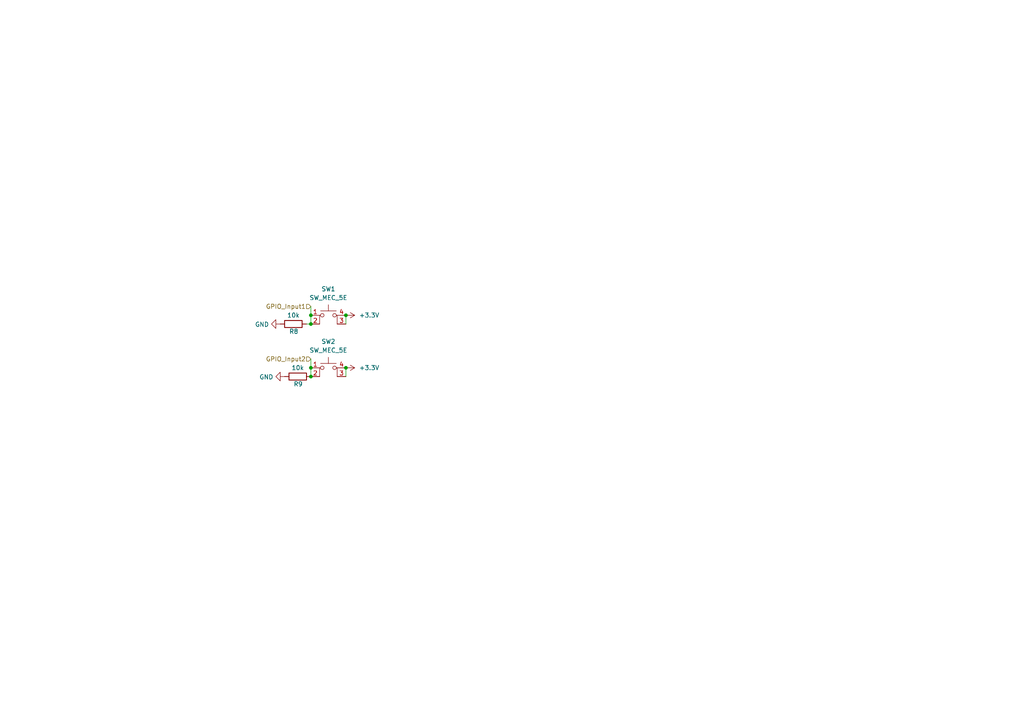
<source format=kicad_sch>
(kicad_sch (version 20231120) (generator "eeschema") (generator_version "8.0")
  (paper "A4")
  (lib_symbols
    (symbol "Device:R" (pin_numbers hide) (pin_names (offset 0))
      (property "Reference" "R" (at 2.032 0 90))
      (property "Value" "R" (at 0 0 90))
      (symbol "R_0_1"
        (rectangle (start -1.016 -2.54) (end 1.016 2.54) (stroke (width 0.254)))
      )
      (symbol "R_1_1"
        (pin passive line (at 0 3.81 270) (length 1.27) (name "~") (number "1"))
        (pin passive line (at 0 -3.81 90) (length 1.27) (name "~") (number "2"))
      )
    )
    (symbol "Switch:SW_MEC_5E" (pin_names (offset 1.016) hide)
      (property "Reference" "SW" (at 0.635 5.715 0))
      (property "Value" "SW_MEC_5E" (at 0 -3.175 0))
      (symbol "SW_MEC_5E_0_1"
        (circle (center -1.778 2.54) (radius 0.508))
        (polyline (pts (xy -2.286 3.81) (xy 2.286 3.81)))
        (polyline (pts (xy 0 3.81) (xy 0 5.588)))
        (polyline (pts (xy -2.54 0) (xy -2.54 2.54) (xy -2.286 2.54)))
        (polyline (pts (xy 2.54 0) (xy 2.54 2.54) (xy 2.286 2.54)))
        (circle (center 1.778 2.54) (radius 0.508))
        (pin passive line (at -5.08 2.54 0) (length 2.54) (name "1") (number "1"))
        (pin passive line (at -5.08 0 0) (length 2.54) (name "2") (number "2"))
        (pin passive line (at 5.08 0 180) (length 2.54) (name "K") (number "3"))
        (pin passive line (at 5.08 2.54 180) (length 2.54) (name "A") (number "4"))
      )
    )
    (symbol "power:+3.3V" (power) (pin_numbers hide) (pin_names (offset 0) hide)
      (property "Value" "+3.3V" (at 0 3.556 0))
      (symbol "+3.3V_0_1"
        (polyline (pts (xy -0.762 1.27) (xy 0 2.54)))
        (polyline (pts (xy 0 0) (xy 0 2.54)))
        (polyline (pts (xy 0 2.54) (xy 0.762 1.27)))
      )
      (symbol "+3.3V_1_1"
        (pin power_in line (at 0 0 90) (length 0) (name "~") (number "1"))
      )
    )
    (symbol "power:GND" (power) (pin_names (offset 0))
      (property "Value" "GND" (at 0 -3.81 0))
      (symbol "GND_0_1"
        (polyline (pts (xy 0 0) (xy 0 -1.27) (xy 1.27 -1.27) (xy 0 -2.54) (xy -1.27 -1.27) (xy 0 -1.27)))
      )
      (symbol "GND_1_1"
        (pin power_in line (at 0 0 270) (length 0) hide (name "GND") (number "1"))
      )
    )
  )
  (junction (at 90.17 93.98))
  (junction (at 100.33 106.68))
  (junction (at 90.17 109.22))
  (junction (at 90.17 106.68))
  (junction (at 100.33 91.44))
  (junction (at 90.17 91.44))
  (wire (pts (xy 88.9 93.98) (xy 90.17 93.98)))
  (wire (pts (xy 90.17 88.9) (xy 90.17 91.44)))
  (wire (pts (xy 90.17 104.14) (xy 90.17 106.68)))
  (wire (pts (xy 90.17 106.68) (xy 90.17 109.22)))
  (wire (pts (xy 100.33 109.22) (xy 100.33 106.68)))
  (wire (pts (xy 100.33 93.98) (xy 100.33 91.44)))
  (wire (pts (xy 90.17 91.44) (xy 90.17 93.98)))
  (hierarchical_label "GPIO_Input2" (shape input) (at 90.17 104.14 180))
  (hierarchical_label "GPIO_Input1" (shape input) (at 90.17 88.9 180))
  (symbol (lib_id "power:GND") (at 81.28 93.98 270) (unit 1)
    (property "Reference" "#PWR012" (effects (hide yes)))
    (property "Value" "GND" (at 78.0288 94.107 90) (effects (justify right)))
  )
  (symbol (lib_id "Device:R") (at 85.09 93.98 90) (unit 1)
    (property "Reference" "R8" (at 85.217 96.139 90))
    (property "Value" "10k" (at 85.09 91.44 90))
    (property "Footprint" "Resistor_THT:R_Axial_DIN0411_L9.9mm_D3.6mm_P15.24mm_Horizontal" (effects (hide yes)))
  )
  (symbol (lib_id "power:GND") (at 82.55 109.22 270) (unit 1)
    (property "Reference" "#PWR013" (effects (hide yes)))
    (property "Value" "GND" (at 79.2988 109.347 90) (effects (justify right)))
  )
  (symbol (lib_id "Device:R") (at 86.36 109.22 90) (unit 1)
    (property "Reference" "R9" (at 86.487 111.379 90))
    (property "Value" "10k" (at 86.36 106.68 90))
    (property "Footprint" "Resistor_THT:R_Axial_DIN0411_L9.9mm_D3.6mm_P15.24mm_Horizontal" (effects (hide yes)))
  )
  (symbol (lib_id "power:+3.3V") (at 100.33 91.44 270) (unit 1)
    (property "Reference" "#PWR05" (effects (hide yes)))
    (property "Value" "+3.3V" (at 104.14 91.4399 90) (effects (justify left)))
    (property "Description" "Power symbol creates a global label with name \"+3.3V\"" (effects (hide yes)))
  )
  (symbol (lib_id "Switch:SW_MEC_5E") (at 95.25 93.98 0) (unit 1)
    (property "Reference" "SW1" (at 95.25 83.82 0))
    (property "Value" "SW_MEC_5E" (at 95.25 86.36 0))
    (property "Footprint" "footprints:SW_B3F-1000_OMR" (effects (hide yes)))
    (property "Datasheet" "http://www.apem.com/int/index.php?controller=attachment&id_attachment=1371" (effects (hide yes)))
    (property "Description" "MEC 5E single pole normally-open tactile switch" (effects (hide yes)))
  )
  (symbol (lib_id "Switch:SW_MEC_5E") (at 95.25 109.22 0) (unit 1)
    (property "Reference" "SW2" (at 95.25 99.06 0))
    (property "Value" "SW_MEC_5E" (at 95.25 101.6 0))
    (property "Footprint" "footprints:SW_B3F-1000_OMR" (effects (hide yes)))
    (property "Datasheet" "http://www.apem.com/int/index.php?controller=attachment&id_attachment=1371" (effects (hide yes)))
    (property "Description" "MEC 5E single pole normally-open tactile switch" (effects (hide yes)))
  )
  (symbol (lib_id "power:+3.3V") (at 100.33 106.68 270) (unit 1)
    (property "Reference" "#PWR08" (effects (hide yes)))
    (property "Value" "+3.3V" (at 104.14 106.6799 90) (effects (justify left)))
    (property "Description" "Power symbol creates a global label with name \"+3.3V\"" (effects (hide yes)))
  )
)
</source>
